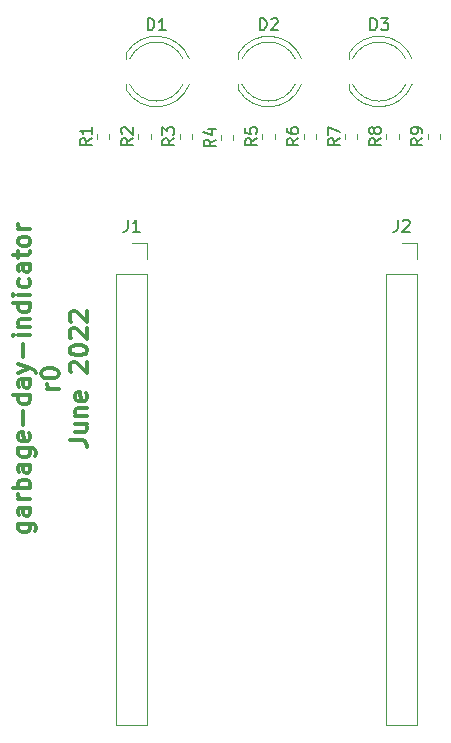
<source format=gbr>
%TF.GenerationSoftware,KiCad,Pcbnew,(6.0.5)*%
%TF.CreationDate,2022-06-18T19:52:53-07:00*%
%TF.ProjectId,garbage-day-indicator,67617262-6167-4652-9d64-61792d696e64,0*%
%TF.SameCoordinates,Original*%
%TF.FileFunction,Legend,Top*%
%TF.FilePolarity,Positive*%
%FSLAX46Y46*%
G04 Gerber Fmt 4.6, Leading zero omitted, Abs format (unit mm)*
G04 Created by KiCad (PCBNEW (6.0.5)) date 2022-06-18 19:52:53*
%MOMM*%
%LPD*%
G01*
G04 APERTURE LIST*
%ADD10C,0.300000*%
%ADD11C,0.150000*%
%ADD12C,0.120000*%
G04 APERTURE END LIST*
D10*
X115825571Y-111770000D02*
X117039857Y-111770000D01*
X117182714Y-111841428D01*
X117254142Y-111912857D01*
X117325571Y-112055714D01*
X117325571Y-112270000D01*
X117254142Y-112412857D01*
X116754142Y-111770000D02*
X116825571Y-111912857D01*
X116825571Y-112198571D01*
X116754142Y-112341428D01*
X116682714Y-112412857D01*
X116539857Y-112484285D01*
X116111285Y-112484285D01*
X115968428Y-112412857D01*
X115897000Y-112341428D01*
X115825571Y-112198571D01*
X115825571Y-111912857D01*
X115897000Y-111770000D01*
X116825571Y-110412857D02*
X116039857Y-110412857D01*
X115897000Y-110484285D01*
X115825571Y-110627142D01*
X115825571Y-110912857D01*
X115897000Y-111055714D01*
X116754142Y-110412857D02*
X116825571Y-110555714D01*
X116825571Y-110912857D01*
X116754142Y-111055714D01*
X116611285Y-111127142D01*
X116468428Y-111127142D01*
X116325571Y-111055714D01*
X116254142Y-110912857D01*
X116254142Y-110555714D01*
X116182714Y-110412857D01*
X116825571Y-109698571D02*
X115825571Y-109698571D01*
X116111285Y-109698571D02*
X115968428Y-109627142D01*
X115897000Y-109555714D01*
X115825571Y-109412857D01*
X115825571Y-109270000D01*
X116825571Y-108770000D02*
X115325571Y-108770000D01*
X115897000Y-108770000D02*
X115825571Y-108627142D01*
X115825571Y-108341428D01*
X115897000Y-108198571D01*
X115968428Y-108127142D01*
X116111285Y-108055714D01*
X116539857Y-108055714D01*
X116682714Y-108127142D01*
X116754142Y-108198571D01*
X116825571Y-108341428D01*
X116825571Y-108627142D01*
X116754142Y-108770000D01*
X116825571Y-106770000D02*
X116039857Y-106770000D01*
X115897000Y-106841428D01*
X115825571Y-106984285D01*
X115825571Y-107270000D01*
X115897000Y-107412857D01*
X116754142Y-106770000D02*
X116825571Y-106912857D01*
X116825571Y-107270000D01*
X116754142Y-107412857D01*
X116611285Y-107484285D01*
X116468428Y-107484285D01*
X116325571Y-107412857D01*
X116254142Y-107270000D01*
X116254142Y-106912857D01*
X116182714Y-106770000D01*
X115825571Y-105412857D02*
X117039857Y-105412857D01*
X117182714Y-105484285D01*
X117254142Y-105555714D01*
X117325571Y-105698571D01*
X117325571Y-105912857D01*
X117254142Y-106055714D01*
X116754142Y-105412857D02*
X116825571Y-105555714D01*
X116825571Y-105841428D01*
X116754142Y-105984285D01*
X116682714Y-106055714D01*
X116539857Y-106127142D01*
X116111285Y-106127142D01*
X115968428Y-106055714D01*
X115897000Y-105984285D01*
X115825571Y-105841428D01*
X115825571Y-105555714D01*
X115897000Y-105412857D01*
X116754142Y-104127142D02*
X116825571Y-104270000D01*
X116825571Y-104555714D01*
X116754142Y-104698571D01*
X116611285Y-104770000D01*
X116039857Y-104770000D01*
X115897000Y-104698571D01*
X115825571Y-104555714D01*
X115825571Y-104270000D01*
X115897000Y-104127142D01*
X116039857Y-104055714D01*
X116182714Y-104055714D01*
X116325571Y-104770000D01*
X116254142Y-103412857D02*
X116254142Y-102270000D01*
X116825571Y-100912857D02*
X115325571Y-100912857D01*
X116754142Y-100912857D02*
X116825571Y-101055714D01*
X116825571Y-101341428D01*
X116754142Y-101484285D01*
X116682714Y-101555714D01*
X116539857Y-101627142D01*
X116111285Y-101627142D01*
X115968428Y-101555714D01*
X115897000Y-101484285D01*
X115825571Y-101341428D01*
X115825571Y-101055714D01*
X115897000Y-100912857D01*
X116825571Y-99555714D02*
X116039857Y-99555714D01*
X115897000Y-99627142D01*
X115825571Y-99770000D01*
X115825571Y-100055714D01*
X115897000Y-100198571D01*
X116754142Y-99555714D02*
X116825571Y-99698571D01*
X116825571Y-100055714D01*
X116754142Y-100198571D01*
X116611285Y-100270000D01*
X116468428Y-100270000D01*
X116325571Y-100198571D01*
X116254142Y-100055714D01*
X116254142Y-99698571D01*
X116182714Y-99555714D01*
X115825571Y-98984285D02*
X116825571Y-98627142D01*
X115825571Y-98270000D02*
X116825571Y-98627142D01*
X117182714Y-98770000D01*
X117254142Y-98841428D01*
X117325571Y-98984285D01*
X116254142Y-97698571D02*
X116254142Y-96555714D01*
X116825571Y-95841428D02*
X115825571Y-95841428D01*
X115325571Y-95841428D02*
X115397000Y-95912857D01*
X115468428Y-95841428D01*
X115397000Y-95770000D01*
X115325571Y-95841428D01*
X115468428Y-95841428D01*
X115825571Y-95127142D02*
X116825571Y-95127142D01*
X115968428Y-95127142D02*
X115897000Y-95055714D01*
X115825571Y-94912857D01*
X115825571Y-94698571D01*
X115897000Y-94555714D01*
X116039857Y-94484285D01*
X116825571Y-94484285D01*
X116825571Y-93127142D02*
X115325571Y-93127142D01*
X116754142Y-93127142D02*
X116825571Y-93270000D01*
X116825571Y-93555714D01*
X116754142Y-93698571D01*
X116682714Y-93770000D01*
X116539857Y-93841428D01*
X116111285Y-93841428D01*
X115968428Y-93770000D01*
X115897000Y-93698571D01*
X115825571Y-93555714D01*
X115825571Y-93270000D01*
X115897000Y-93127142D01*
X116825571Y-92412857D02*
X115825571Y-92412857D01*
X115325571Y-92412857D02*
X115397000Y-92484285D01*
X115468428Y-92412857D01*
X115397000Y-92341428D01*
X115325571Y-92412857D01*
X115468428Y-92412857D01*
X116754142Y-91055714D02*
X116825571Y-91198571D01*
X116825571Y-91484285D01*
X116754142Y-91627142D01*
X116682714Y-91698571D01*
X116539857Y-91770000D01*
X116111285Y-91770000D01*
X115968428Y-91698571D01*
X115897000Y-91627142D01*
X115825571Y-91484285D01*
X115825571Y-91198571D01*
X115897000Y-91055714D01*
X116825571Y-89770000D02*
X116039857Y-89770000D01*
X115897000Y-89841428D01*
X115825571Y-89984285D01*
X115825571Y-90270000D01*
X115897000Y-90412857D01*
X116754142Y-89770000D02*
X116825571Y-89912857D01*
X116825571Y-90270000D01*
X116754142Y-90412857D01*
X116611285Y-90484285D01*
X116468428Y-90484285D01*
X116325571Y-90412857D01*
X116254142Y-90270000D01*
X116254142Y-89912857D01*
X116182714Y-89770000D01*
X115825571Y-89270000D02*
X115825571Y-88698571D01*
X115325571Y-89055714D02*
X116611285Y-89055714D01*
X116754142Y-88984285D01*
X116825571Y-88841428D01*
X116825571Y-88698571D01*
X116825571Y-87984285D02*
X116754142Y-88127142D01*
X116682714Y-88198571D01*
X116539857Y-88270000D01*
X116111285Y-88270000D01*
X115968428Y-88198571D01*
X115897000Y-88127142D01*
X115825571Y-87984285D01*
X115825571Y-87770000D01*
X115897000Y-87627142D01*
X115968428Y-87555714D01*
X116111285Y-87484285D01*
X116539857Y-87484285D01*
X116682714Y-87555714D01*
X116754142Y-87627142D01*
X116825571Y-87770000D01*
X116825571Y-87984285D01*
X116825571Y-86841428D02*
X115825571Y-86841428D01*
X116111285Y-86841428D02*
X115968428Y-86770000D01*
X115897000Y-86698571D01*
X115825571Y-86555714D01*
X115825571Y-86412857D01*
X119240571Y-100341428D02*
X118240571Y-100341428D01*
X118526285Y-100341428D02*
X118383428Y-100270000D01*
X118312000Y-100198571D01*
X118240571Y-100055714D01*
X118240571Y-99912857D01*
X117740571Y-99127142D02*
X117740571Y-98984285D01*
X117812000Y-98841428D01*
X117883428Y-98770000D01*
X118026285Y-98698571D01*
X118312000Y-98627142D01*
X118669142Y-98627142D01*
X118954857Y-98698571D01*
X119097714Y-98770000D01*
X119169142Y-98841428D01*
X119240571Y-98984285D01*
X119240571Y-99127142D01*
X119169142Y-99270000D01*
X119097714Y-99341428D01*
X118954857Y-99412857D01*
X118669142Y-99484285D01*
X118312000Y-99484285D01*
X118026285Y-99412857D01*
X117883428Y-99341428D01*
X117812000Y-99270000D01*
X117740571Y-99127142D01*
X120155571Y-104734285D02*
X121227000Y-104734285D01*
X121441285Y-104805714D01*
X121584142Y-104948571D01*
X121655571Y-105162857D01*
X121655571Y-105305714D01*
X120655571Y-103377142D02*
X121655571Y-103377142D01*
X120655571Y-104020000D02*
X121441285Y-104020000D01*
X121584142Y-103948571D01*
X121655571Y-103805714D01*
X121655571Y-103591428D01*
X121584142Y-103448571D01*
X121512714Y-103377142D01*
X120655571Y-102662857D02*
X121655571Y-102662857D01*
X120798428Y-102662857D02*
X120727000Y-102591428D01*
X120655571Y-102448571D01*
X120655571Y-102234285D01*
X120727000Y-102091428D01*
X120869857Y-102020000D01*
X121655571Y-102020000D01*
X121584142Y-100734285D02*
X121655571Y-100877142D01*
X121655571Y-101162857D01*
X121584142Y-101305714D01*
X121441285Y-101377142D01*
X120869857Y-101377142D01*
X120727000Y-101305714D01*
X120655571Y-101162857D01*
X120655571Y-100877142D01*
X120727000Y-100734285D01*
X120869857Y-100662857D01*
X121012714Y-100662857D01*
X121155571Y-101377142D01*
X120298428Y-98948571D02*
X120227000Y-98877142D01*
X120155571Y-98734285D01*
X120155571Y-98377142D01*
X120227000Y-98234285D01*
X120298428Y-98162857D01*
X120441285Y-98091428D01*
X120584142Y-98091428D01*
X120798428Y-98162857D01*
X121655571Y-99020000D01*
X121655571Y-98091428D01*
X120155571Y-97162857D02*
X120155571Y-97020000D01*
X120227000Y-96877142D01*
X120298428Y-96805714D01*
X120441285Y-96734285D01*
X120727000Y-96662857D01*
X121084142Y-96662857D01*
X121369857Y-96734285D01*
X121512714Y-96805714D01*
X121584142Y-96877142D01*
X121655571Y-97020000D01*
X121655571Y-97162857D01*
X121584142Y-97305714D01*
X121512714Y-97377142D01*
X121369857Y-97448571D01*
X121084142Y-97520000D01*
X120727000Y-97520000D01*
X120441285Y-97448571D01*
X120298428Y-97377142D01*
X120227000Y-97305714D01*
X120155571Y-97162857D01*
X120298428Y-96091428D02*
X120227000Y-96020000D01*
X120155571Y-95877142D01*
X120155571Y-95520000D01*
X120227000Y-95377142D01*
X120298428Y-95305714D01*
X120441285Y-95234285D01*
X120584142Y-95234285D01*
X120798428Y-95305714D01*
X121655571Y-96162857D01*
X121655571Y-95234285D01*
X120298428Y-94662857D02*
X120227000Y-94591428D01*
X120155571Y-94448571D01*
X120155571Y-94091428D01*
X120227000Y-93948571D01*
X120298428Y-93877142D01*
X120441285Y-93805714D01*
X120584142Y-93805714D01*
X120798428Y-93877142D01*
X121655571Y-94734285D01*
X121655571Y-93805714D01*
D11*
%TO.C,R9*%
X150022380Y-79166666D02*
X149546190Y-79500000D01*
X150022380Y-79738095D02*
X149022380Y-79738095D01*
X149022380Y-79357142D01*
X149070000Y-79261904D01*
X149117619Y-79214285D01*
X149212857Y-79166666D01*
X149355714Y-79166666D01*
X149450952Y-79214285D01*
X149498571Y-79261904D01*
X149546190Y-79357142D01*
X149546190Y-79738095D01*
X150022380Y-78690476D02*
X150022380Y-78500000D01*
X149974761Y-78404761D01*
X149927142Y-78357142D01*
X149784285Y-78261904D01*
X149593809Y-78214285D01*
X149212857Y-78214285D01*
X149117619Y-78261904D01*
X149070000Y-78309523D01*
X149022380Y-78404761D01*
X149022380Y-78595238D01*
X149070000Y-78690476D01*
X149117619Y-78738095D01*
X149212857Y-78785714D01*
X149450952Y-78785714D01*
X149546190Y-78738095D01*
X149593809Y-78690476D01*
X149641428Y-78595238D01*
X149641428Y-78404761D01*
X149593809Y-78309523D01*
X149546190Y-78261904D01*
X149450952Y-78214285D01*
%TO.C,R8*%
X146522380Y-79166666D02*
X146046190Y-79500000D01*
X146522380Y-79738095D02*
X145522380Y-79738095D01*
X145522380Y-79357142D01*
X145570000Y-79261904D01*
X145617619Y-79214285D01*
X145712857Y-79166666D01*
X145855714Y-79166666D01*
X145950952Y-79214285D01*
X145998571Y-79261904D01*
X146046190Y-79357142D01*
X146046190Y-79738095D01*
X145950952Y-78595238D02*
X145903333Y-78690476D01*
X145855714Y-78738095D01*
X145760476Y-78785714D01*
X145712857Y-78785714D01*
X145617619Y-78738095D01*
X145570000Y-78690476D01*
X145522380Y-78595238D01*
X145522380Y-78404761D01*
X145570000Y-78309523D01*
X145617619Y-78261904D01*
X145712857Y-78214285D01*
X145760476Y-78214285D01*
X145855714Y-78261904D01*
X145903333Y-78309523D01*
X145950952Y-78404761D01*
X145950952Y-78595238D01*
X145998571Y-78690476D01*
X146046190Y-78738095D01*
X146141428Y-78785714D01*
X146331904Y-78785714D01*
X146427142Y-78738095D01*
X146474761Y-78690476D01*
X146522380Y-78595238D01*
X146522380Y-78404761D01*
X146474761Y-78309523D01*
X146427142Y-78261904D01*
X146331904Y-78214285D01*
X146141428Y-78214285D01*
X146046190Y-78261904D01*
X145998571Y-78309523D01*
X145950952Y-78404761D01*
%TO.C,R7*%
X143022380Y-79166666D02*
X142546190Y-79500000D01*
X143022380Y-79738095D02*
X142022380Y-79738095D01*
X142022380Y-79357142D01*
X142070000Y-79261904D01*
X142117619Y-79214285D01*
X142212857Y-79166666D01*
X142355714Y-79166666D01*
X142450952Y-79214285D01*
X142498571Y-79261904D01*
X142546190Y-79357142D01*
X142546190Y-79738095D01*
X142022380Y-78833333D02*
X142022380Y-78166666D01*
X143022380Y-78595238D01*
%TO.C,R6*%
X139522380Y-79166666D02*
X139046190Y-79500000D01*
X139522380Y-79738095D02*
X138522380Y-79738095D01*
X138522380Y-79357142D01*
X138570000Y-79261904D01*
X138617619Y-79214285D01*
X138712857Y-79166666D01*
X138855714Y-79166666D01*
X138950952Y-79214285D01*
X138998571Y-79261904D01*
X139046190Y-79357142D01*
X139046190Y-79738095D01*
X138522380Y-78309523D02*
X138522380Y-78500000D01*
X138570000Y-78595238D01*
X138617619Y-78642857D01*
X138760476Y-78738095D01*
X138950952Y-78785714D01*
X139331904Y-78785714D01*
X139427142Y-78738095D01*
X139474761Y-78690476D01*
X139522380Y-78595238D01*
X139522380Y-78404761D01*
X139474761Y-78309523D01*
X139427142Y-78261904D01*
X139331904Y-78214285D01*
X139093809Y-78214285D01*
X138998571Y-78261904D01*
X138950952Y-78309523D01*
X138903333Y-78404761D01*
X138903333Y-78595238D01*
X138950952Y-78690476D01*
X138998571Y-78738095D01*
X139093809Y-78785714D01*
%TO.C,R5*%
X136022380Y-79166666D02*
X135546190Y-79500000D01*
X136022380Y-79738095D02*
X135022380Y-79738095D01*
X135022380Y-79357142D01*
X135070000Y-79261904D01*
X135117619Y-79214285D01*
X135212857Y-79166666D01*
X135355714Y-79166666D01*
X135450952Y-79214285D01*
X135498571Y-79261904D01*
X135546190Y-79357142D01*
X135546190Y-79738095D01*
X135022380Y-78261904D02*
X135022380Y-78738095D01*
X135498571Y-78785714D01*
X135450952Y-78738095D01*
X135403333Y-78642857D01*
X135403333Y-78404761D01*
X135450952Y-78309523D01*
X135498571Y-78261904D01*
X135593809Y-78214285D01*
X135831904Y-78214285D01*
X135927142Y-78261904D01*
X135974761Y-78309523D01*
X136022380Y-78404761D01*
X136022380Y-78642857D01*
X135974761Y-78738095D01*
X135927142Y-78785714D01*
%TO.C,R4*%
X132522380Y-79254166D02*
X132046190Y-79587500D01*
X132522380Y-79825595D02*
X131522380Y-79825595D01*
X131522380Y-79444642D01*
X131570000Y-79349404D01*
X131617619Y-79301785D01*
X131712857Y-79254166D01*
X131855714Y-79254166D01*
X131950952Y-79301785D01*
X131998571Y-79349404D01*
X132046190Y-79444642D01*
X132046190Y-79825595D01*
X131855714Y-78397023D02*
X132522380Y-78397023D01*
X131474761Y-78635119D02*
X132189047Y-78873214D01*
X132189047Y-78254166D01*
%TO.C,R3*%
X129022380Y-79166666D02*
X128546190Y-79500000D01*
X129022380Y-79738095D02*
X128022380Y-79738095D01*
X128022380Y-79357142D01*
X128070000Y-79261904D01*
X128117619Y-79214285D01*
X128212857Y-79166666D01*
X128355714Y-79166666D01*
X128450952Y-79214285D01*
X128498571Y-79261904D01*
X128546190Y-79357142D01*
X128546190Y-79738095D01*
X128022380Y-78833333D02*
X128022380Y-78214285D01*
X128403333Y-78547619D01*
X128403333Y-78404761D01*
X128450952Y-78309523D01*
X128498571Y-78261904D01*
X128593809Y-78214285D01*
X128831904Y-78214285D01*
X128927142Y-78261904D01*
X128974761Y-78309523D01*
X129022380Y-78404761D01*
X129022380Y-78690476D01*
X128974761Y-78785714D01*
X128927142Y-78833333D01*
%TO.C,R2*%
X125522380Y-79166666D02*
X125046190Y-79500000D01*
X125522380Y-79738095D02*
X124522380Y-79738095D01*
X124522380Y-79357142D01*
X124570000Y-79261904D01*
X124617619Y-79214285D01*
X124712857Y-79166666D01*
X124855714Y-79166666D01*
X124950952Y-79214285D01*
X124998571Y-79261904D01*
X125046190Y-79357142D01*
X125046190Y-79738095D01*
X124617619Y-78785714D02*
X124570000Y-78738095D01*
X124522380Y-78642857D01*
X124522380Y-78404761D01*
X124570000Y-78309523D01*
X124617619Y-78261904D01*
X124712857Y-78214285D01*
X124808095Y-78214285D01*
X124950952Y-78261904D01*
X125522380Y-78833333D01*
X125522380Y-78214285D01*
%TO.C,R1*%
X122022380Y-79166666D02*
X121546190Y-79500000D01*
X122022380Y-79738095D02*
X121022380Y-79738095D01*
X121022380Y-79357142D01*
X121070000Y-79261904D01*
X121117619Y-79214285D01*
X121212857Y-79166666D01*
X121355714Y-79166666D01*
X121450952Y-79214285D01*
X121498571Y-79261904D01*
X121546190Y-79357142D01*
X121546190Y-79738095D01*
X122022380Y-78214285D02*
X122022380Y-78785714D01*
X122022380Y-78500000D02*
X121022380Y-78500000D01*
X121165238Y-78595238D01*
X121260476Y-78690476D01*
X121308095Y-78785714D01*
%TO.C,J1*%
X125086666Y-86042380D02*
X125086666Y-86756666D01*
X125039047Y-86899523D01*
X124943809Y-86994761D01*
X124800952Y-87042380D01*
X124705714Y-87042380D01*
X126086666Y-87042380D02*
X125515238Y-87042380D01*
X125800952Y-87042380D02*
X125800952Y-86042380D01*
X125705714Y-86185238D01*
X125610476Y-86280476D01*
X125515238Y-86328095D01*
%TO.C,D2*%
X136266904Y-69992380D02*
X136266904Y-68992380D01*
X136505000Y-68992380D01*
X136647857Y-69040000D01*
X136743095Y-69135238D01*
X136790714Y-69230476D01*
X136838333Y-69420952D01*
X136838333Y-69563809D01*
X136790714Y-69754285D01*
X136743095Y-69849523D01*
X136647857Y-69944761D01*
X136505000Y-69992380D01*
X136266904Y-69992380D01*
X137219285Y-69087619D02*
X137266904Y-69040000D01*
X137362142Y-68992380D01*
X137600238Y-68992380D01*
X137695476Y-69040000D01*
X137743095Y-69087619D01*
X137790714Y-69182857D01*
X137790714Y-69278095D01*
X137743095Y-69420952D01*
X137171666Y-69992380D01*
X137790714Y-69992380D01*
%TO.C,J2*%
X147946666Y-86042380D02*
X147946666Y-86756666D01*
X147899047Y-86899523D01*
X147803809Y-86994761D01*
X147660952Y-87042380D01*
X147565714Y-87042380D01*
X148375238Y-86137619D02*
X148422857Y-86090000D01*
X148518095Y-86042380D01*
X148756190Y-86042380D01*
X148851428Y-86090000D01*
X148899047Y-86137619D01*
X148946666Y-86232857D01*
X148946666Y-86328095D01*
X148899047Y-86470952D01*
X148327619Y-87042380D01*
X148946666Y-87042380D01*
%TO.C,D3*%
X145626904Y-69992380D02*
X145626904Y-68992380D01*
X145865000Y-68992380D01*
X146007857Y-69040000D01*
X146103095Y-69135238D01*
X146150714Y-69230476D01*
X146198333Y-69420952D01*
X146198333Y-69563809D01*
X146150714Y-69754285D01*
X146103095Y-69849523D01*
X146007857Y-69944761D01*
X145865000Y-69992380D01*
X145626904Y-69992380D01*
X146531666Y-68992380D02*
X147150714Y-68992380D01*
X146817380Y-69373333D01*
X146960238Y-69373333D01*
X147055476Y-69420952D01*
X147103095Y-69468571D01*
X147150714Y-69563809D01*
X147150714Y-69801904D01*
X147103095Y-69897142D01*
X147055476Y-69944761D01*
X146960238Y-69992380D01*
X146674523Y-69992380D01*
X146579285Y-69944761D01*
X146531666Y-69897142D01*
%TO.C,D1*%
X126766904Y-69992380D02*
X126766904Y-68992380D01*
X127005000Y-68992380D01*
X127147857Y-69040000D01*
X127243095Y-69135238D01*
X127290714Y-69230476D01*
X127338333Y-69420952D01*
X127338333Y-69563809D01*
X127290714Y-69754285D01*
X127243095Y-69849523D01*
X127147857Y-69944761D01*
X127005000Y-69992380D01*
X126766904Y-69992380D01*
X128290714Y-69992380D02*
X127719285Y-69992380D01*
X128005000Y-69992380D02*
X128005000Y-68992380D01*
X127909761Y-69135238D01*
X127814523Y-69230476D01*
X127719285Y-69278095D01*
D12*
%TO.C,R9*%
X150477500Y-79237258D02*
X150477500Y-78762742D01*
X151522500Y-79237258D02*
X151522500Y-78762742D01*
%TO.C,R8*%
X146977500Y-79237258D02*
X146977500Y-78762742D01*
X148022500Y-79237258D02*
X148022500Y-78762742D01*
%TO.C,R7*%
X143477500Y-79237258D02*
X143477500Y-78762742D01*
X144522500Y-79237258D02*
X144522500Y-78762742D01*
%TO.C,R6*%
X139977500Y-79237258D02*
X139977500Y-78762742D01*
X141022500Y-79237258D02*
X141022500Y-78762742D01*
%TO.C,R5*%
X136477500Y-79237258D02*
X136477500Y-78762742D01*
X137522500Y-79237258D02*
X137522500Y-78762742D01*
%TO.C,R4*%
X132977500Y-79324758D02*
X132977500Y-78850242D01*
X134022500Y-79324758D02*
X134022500Y-78850242D01*
%TO.C,R3*%
X129477500Y-79237258D02*
X129477500Y-78762742D01*
X130522500Y-79237258D02*
X130522500Y-78762742D01*
%TO.C,R2*%
X127022500Y-79237258D02*
X127022500Y-78762742D01*
X125977500Y-79237258D02*
X125977500Y-78762742D01*
%TO.C,R1*%
X122477500Y-79237258D02*
X122477500Y-78762742D01*
X123522500Y-79237258D02*
X123522500Y-78762742D01*
%TO.C,J1*%
X126750000Y-90630000D02*
X126750000Y-128790000D01*
X126750000Y-88030000D02*
X126750000Y-89360000D01*
X124090000Y-128790000D02*
X126750000Y-128790000D01*
X124090000Y-90630000D02*
X124090000Y-128790000D01*
X125420000Y-88030000D02*
X126750000Y-88030000D01*
X124090000Y-90630000D02*
X126750000Y-90630000D01*
%TO.C,D2*%
X134445000Y-75044830D02*
G75*
G03*
X139792815Y-74580827I2560000J1544830D01*
G01*
X134750316Y-74580000D02*
G75*
G03*
X139259479Y-74580429I2254684J1080000D01*
G01*
X139792815Y-72419173D02*
G75*
G03*
X134445000Y-71955170I-2787815J-1080827D01*
G01*
X139259479Y-72419571D02*
G75*
G03*
X134750316Y-72420000I-2254479J-1080429D01*
G01*
X134445000Y-71955000D02*
X134445000Y-72420000D01*
X134445000Y-74580000D02*
X134445000Y-75045000D01*
%TO.C,J2*%
X146950000Y-90630000D02*
X146950000Y-128790000D01*
X148280000Y-88030000D02*
X149610000Y-88030000D01*
X146950000Y-128790000D02*
X149610000Y-128790000D01*
X146950000Y-90630000D02*
X149610000Y-90630000D01*
X149610000Y-88030000D02*
X149610000Y-89360000D01*
X149610000Y-90630000D02*
X149610000Y-128790000D01*
%TO.C,D3*%
X144110316Y-74580000D02*
G75*
G03*
X148619479Y-74580429I2254684J1080000D01*
G01*
X143805000Y-75044830D02*
G75*
G03*
X149152815Y-74580827I2560000J1544830D01*
G01*
X149152815Y-72419173D02*
G75*
G03*
X143805000Y-71955170I-2787815J-1080827D01*
G01*
X148619479Y-72419571D02*
G75*
G03*
X144110316Y-72420000I-2254479J-1080429D01*
G01*
X143805000Y-71955000D02*
X143805000Y-72420000D01*
X143805000Y-74580000D02*
X143805000Y-75045000D01*
%TO.C,D1*%
X124945000Y-75044830D02*
G75*
G03*
X130292815Y-74580827I2560000J1544830D01*
G01*
X129759479Y-72419571D02*
G75*
G03*
X125250316Y-72420000I-2254479J-1080429D01*
G01*
X125250316Y-74580000D02*
G75*
G03*
X129759479Y-74580429I2254684J1080000D01*
G01*
X130292815Y-72419173D02*
G75*
G03*
X124945000Y-71955170I-2787815J-1080827D01*
G01*
X124945000Y-71955000D02*
X124945000Y-72420000D01*
X124945000Y-74580000D02*
X124945000Y-75045000D01*
%TD*%
M02*

</source>
